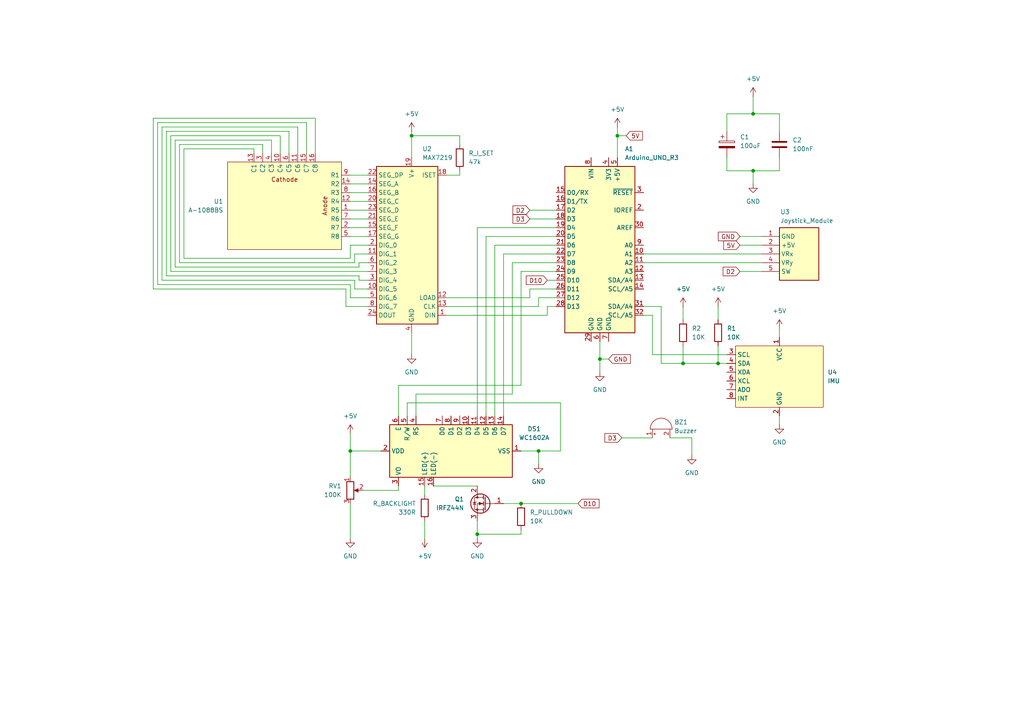
<source format=kicad_sch>
(kicad_sch (version 20250114) (generator "eeschema") (generator_version "9.0")
  (paper "A4")
  (lib_symbols
    (symbol "Device:Buzzer" (pin_names (offset 0.0254) (hide yes))
      (property "Reference" "BZ" (at 3.81 1.27 0))
      (property "Value" "Buzzer" (at 3.81 -1.27 0))
      (symbol "Buzzer_0_1"
        (polyline (pts (xy -1.651 1.905) (xy -1.143 1.905)))
        (polyline (pts (xy -1.397 2.159) (xy -1.397 1.651)))
        (arc (start 0 3.175) (mid 3.1612 0) (end 0 -3.175))
        (polyline (pts (xy 0 3.175) (xy 0 -3.175)))
      )
      (symbol "Buzzer_1_1"
        (pin passive line (at -2.54 2.54 0) (length 2.54) (name "+") (number "1"))
        (pin passive line (at -2.54 -2.54 0) (length 2.54) (name "-") (number "2"))
      )
    )
    (symbol "Device:C" (pin_numbers (hide yes)) (pin_names (offset 0.254))
      (property "Reference" "C" (at 0.635 2.54 0))
      (property "Value" "C" (at 0.635 -2.54 0))
      (symbol "C_0_1"
        (polyline (pts (xy -2.032 0.762) (xy 2.032 0.762)) (stroke (width 0.508)))
        (polyline (pts (xy -2.032 -0.762) (xy 2.032 -0.762)) (stroke (width 0.508)))
      )
      (symbol "C_1_1"
        (pin passive line (at 0 3.81 270) (length 2.794) (name "~") (number "1"))
        (pin passive line (at 0 -3.81 90) (length 2.794) (name "~") (number "2"))
      )
    )
    (symbol "Device:C_Polarized" (pin_numbers (hide yes)) (pin_names (offset 0.254))
      (property "Reference" "C" (at 0.635 2.54 0))
      (property "Value" "C_Polarized" (at 0.635 -2.54 0))
      (symbol "C_Polarized_0_1"
        (rectangle (start -2.286 0.508) (end 2.286 1.016))
        (polyline (pts (xy -1.778 2.286) (xy -0.762 2.286)))
        (polyline (pts (xy -1.27 2.794) (xy -1.27 1.778)))
        (rectangle (start 2.286 -0.508) (end -2.286 -1.016) (fill (type outline)))
      )
      (symbol "C_Polarized_1_1"
        (pin passive line (at 0 3.81 270) (length 2.794) (name "~") (number "1"))
        (pin passive line (at 0 -3.81 90) (length 2.794) (name "~") (number "2"))
      )
    )
    (symbol "Device:R" (pin_numbers (hide yes)) (pin_names (offset 0))
      (property "Reference" "R" (at 2.032 0 90))
      (property "Value" "R" (at 0 0 90))
      (symbol "R_0_1"
        (rectangle (start -1.016 -2.54) (end 1.016 2.54) (stroke (width 0.254)))
      )
      (symbol "R_1_1"
        (pin passive line (at 0 3.81 270) (length 1.27) (name "~") (number "1"))
        (pin passive line (at 0 -3.81 90) (length 1.27) (name "~") (number "2"))
      )
    )
    (symbol "Device:R_Potentiometer" (pin_names (offset 1.016) (hide yes))
      (property "Reference" "RV" (at -4.445 0 90))
      (property "Value" "R_Potentiometer" (at -2.54 0 90))
      (symbol "R_Potentiometer_0_1"
        (rectangle (start 1.016 2.54) (end -1.016 -2.54) (stroke (width 0.254)))
        (polyline (pts (xy 1.143 0) (xy 2.286 0.508) (xy 2.286 -0.508) (xy 1.143 0)) (fill (type outline)))
        (polyline (pts (xy 2.54 0) (xy 1.524 0)))
      )
      (symbol "R_Potentiometer_1_1"
        (pin passive line (at 0 3.81 270) (length 1.27) (name "1") (number "1"))
        (pin passive line (at 0 -3.81 90) (length 1.27) (name "3") (number "3"))
        (pin passive line (at 3.81 0 180) (length 1.27) (name "2") (number "2"))
      )
    )
    (symbol "Display_Character:WC1602A"
      (property "Reference" "DS" (at -5.842 19.05 0))
      (property "Value" "WC1602A" (at 5.334 19.05 0))
      (symbol "WC1602A_1_1"
        (rectangle (start -7.62 17.78) (end 7.62 -17.78) (stroke (width 0.254)) (fill (type background)))
        (pin input line (at -10.16 15.24 0) (length 2.54) (name "E") (number "6"))
        (pin input line (at -10.16 12.7 0) (length 2.54) (name "R/W") (number "5"))
        (pin input line (at -10.16 10.16 0) (length 2.54) (name "RS") (number "4"))
        (pin input line (at -10.16 2.54 0) (length 2.54) (name "D0") (number "7"))
        (pin input line (at -10.16 0 0) (length 2.54) (name "D1") (number "8"))
        (pin input line (at -10.16 -2.54 0) (length 2.54) (name "D2") (number "9"))
        (pin input line (at -10.16 -5.08 0) (length 2.54) (name "D3") (number "10"))
        (pin input line (at -10.16 -7.62 0) (length 2.54) (name "D4") (number "11"))
        (pin input line (at -10.16 -10.16 0) (length 2.54) (name "D5") (number "12"))
        (pin input line (at -10.16 -12.7 0) (length 2.54) (name "D6") (number "13"))
        (pin input line (at -10.16 -15.24 0) (length 2.54) (name "D7") (number "14"))
        (pin power_in line (at 0 20.32 270) (length 2.54) (name "VDD") (number "2"))
        (pin power_in line (at 0 -20.32 90) (length 2.54) (name "VSS") (number "1"))
        (pin input line (at 10.16 15.24 180) (length 2.54) (name "VO") (number "3"))
        (pin power_in line (at 10.16 7.62 180) (length 2.54) (name "LED(+)") (number "15"))
        (pin power_in line (at 10.16 5.08 180) (length 2.54) (name "LED(-)") (number "16"))
      )
    )
    (symbol "Driver_LED:MAX7219"
      (property "Reference" "U2" (at -3.1181 27.94 0))
      (property "Value" "MAX7219" (at -3.1181 25.4 0))
      (symbol "MAX7219_0_1"
        (rectangle (start -7.62 22.86) (end 10.16 -22.86) (stroke (width 0.254)) (fill (type background)))
      )
      (symbol "MAX7219_1_1"
        (pin input line (at -10.16 20.32 0) (length 2.54) (name "ISET") (number "18"))
        (pin input line (at -10.16 -15.24 0) (length 2.54) (name "LOAD") (number "12"))
        (pin input line (at -10.16 -17.78 0) (length 2.54) (name "CLK") (number "13"))
        (pin input line (at -10.16 -20.32 0) (length 2.54) (name "DIN") (number "1"))
        (pin power_in line (at 0 25.4 270) (length 2.54) (name "V+") (number "19"))
        (pin power_in line (at 0 -25.4 90) (length 2.54) (name "GND") (number "4"))
        (pin passive line (at 0 -25.4 90) (length 2.54) (hide yes) (name "GND") (number "9"))
        (pin output line (at 12.7 20.32 180) (length 2.54) (name "SEG_DP") (number "22"))
        (pin output line (at 12.7 17.78 180) (length 2.54) (name "SEG_A") (number "14"))
        (pin output line (at 12.7 15.24 180) (length 2.54) (name "SEG_B") (number "16"))
        (pin output line (at 12.7 12.7 180) (length 2.54) (name "SEG_C") (number "20"))
        (pin output line (at 12.7 10.16 180) (length 2.54) (name "SEG_D") (number "23"))
        (pin output line (at 12.7 7.62 180) (length 2.54) (name "SEG_E") (number "21"))
        (pin output line (at 12.7 5.08 180) (length 2.54) (name "SEG_F") (number "15"))
        (pin output line (at 12.7 2.54 180) (length 2.54) (name "SEG_G") (number "17"))
        (pin output line (at 12.7 0 180) (length 2.54) (name "DIG_0") (number "2"))
        (pin output line (at 12.7 -2.54 180) (length 2.54) (name "DIG_1") (number "11"))
        (pin output line (at 12.7 -5.08 180) (length 2.54) (name "DIG_2") (number "6"))
        (pin output line (at 12.7 -7.62 180) (length 2.54) (name "DIG_3") (number "7"))
        (pin output line (at 12.7 -10.16 180) (length 2.54) (name "DIG_4") (number "3"))
        (pin output line (at 12.7 -12.7 180) (length 2.54) (name "DIG_5") (number "10"))
        (pin output line (at 12.7 -15.24 180) (length 2.54) (name "DIG_6") (number "5"))
        (pin output line (at 12.7 -17.78 180) (length 2.54) (name "DIG_7") (number "8"))
        (pin output line (at 12.7 -20.32 180) (length 2.54) (name "DOUT") (number "24"))
      )
    )
    (symbol "MCU_Module:Arduino_UNO_R3"
      (property "Reference" "A" (at -10.16 23.495 0))
      (property "Value" "Arduino_UNO_R3" (at 5.08 -26.67 0))
      (symbol "Arduino_UNO_R3_0_1"
        (rectangle (start -10.16 22.86) (end 10.16 -25.4) (stroke (width 0.254)) (fill (type background)))
      )
      (symbol "Arduino_UNO_R3_1_1"
        (pin bidirectional line (at -12.7 15.24 0) (length 2.54) (name "D0/RX") (number "15"))
        (pin bidirectional line (at -12.7 12.7 0) (length 2.54) (name "D1/TX") (number "16"))
        (pin bidirectional line (at -12.7 10.16 0) (length 2.54) (name "D2") (number "17"))
        (pin bidirectional line (at -12.7 7.62 0) (length 2.54) (name "D3") (number "18"))
        (pin bidirectional line (at -12.7 5.08 0) (length 2.54) (name "D4") (number "19"))
        (pin bidirectional line (at -12.7 2.54 0) (length 2.54) (name "D5") (number "20"))
        (pin bidirectional line (at -12.7 0 0) (length 2.54) (name "D6") (number "21"))
        (pin bidirectional line (at -12.7 -2.54 0) (length 2.54) (name "D7") (number "22"))
        (pin bidirectional line (at -12.7 -5.08 0) (length 2.54) (name "D8") (number "23"))
        (pin bidirectional line (at -12.7 -7.62 0) (length 2.54) (name "D9") (number "24"))
        (pin bidirectional line (at -12.7 -10.16 0) (length 2.54) (name "D10") (number "25"))
        (pin bidirectional line (at -12.7 -12.7 0) (length 2.54) (name "D11") (number "26"))
        (pin bidirectional line (at -12.7 -15.24 0) (length 2.54) (name "D12") (number "27"))
        (pin bidirectional line (at -12.7 -17.78 0) (length 2.54) (name "D13") (number "28"))
        (pin no_connect line (at -10.16 -20.32 0) (length 2.54) (hide yes) (name "NC") (number "1"))
        (pin power_in line (at -2.54 25.4 270) (length 2.54) (name "VIN") (number "8"))
        (pin power_in line (at -2.54 -27.94 90) (length 2.54) (name "GND") (number "29"))
        (pin power_in line (at 0 -27.94 90) (length 2.54) (name "GND") (number "6"))
        (pin power_out line (at 2.54 25.4 270) (length 2.54) (name "3V3") (number "4"))
        (pin power_in line (at 2.54 -27.94 90) (length 2.54) (name "GND") (number "7"))
        (pin power_out line (at 5.08 25.4 270) (length 2.54) (name "+5V") (number "5"))
        (pin input line (at 12.7 15.24 180) (length 2.54) (name "~{RESET}") (number "3"))
        (pin output line (at 12.7 10.16 180) (length 2.54) (name "IOREF") (number "2"))
        (pin input line (at 12.7 5.08 180) (length 2.54) (name "AREF") (number "30"))
        (pin bidirectional line (at 12.7 0 180) (length 2.54) (name "A0") (number "9"))
        (pin bidirectional line (at 12.7 -2.54 180) (length 2.54) (name "A1") (number "10"))
        (pin bidirectional line (at 12.7 -5.08 180) (length 2.54) (name "A2") (number "11"))
        (pin bidirectional line (at 12.7 -7.62 180) (length 2.54) (name "A3") (number "12"))
        (pin bidirectional line (at 12.7 -10.16 180) (length 2.54) (name "SDA/A4") (number "13"))
        (pin bidirectional line (at 12.7 -12.7 180) (length 2.54) (name "SCL/A5") (number "14"))
        (pin bidirectional line (at 12.7 -17.78 180) (length 2.54) (name "SDA/A4") (number "31"))
        (pin bidirectional line (at 12.7 -20.32 180) (length 2.54) (name "SCL/A5") (number "32"))
      )
    )
    (symbol "Robotics_IO:A-1088BS"
      (property "Reference" "U1" (at 26.67 -5.0799 0))
      (property "Value" "A-1088BS" (at 26.67 -7.6199 0))
      (symbol "A-1088BS_1_1"
        (rectangle (start -7.62 6.35) (end 25.4 -19.05) (fill (type background)))
        (text "Anode\n" (at -2.794 -6.35 900) (effects (font (size 1.27 1.27))))
        (text "Cathode" (at 8.89 1.27 0) (effects (font (size 1.27 1.27))))
        (pin input line (at -10.16 2.54 0) (length 2.54) (name "R1") (number "9"))
        (pin input line (at -10.16 0 0) (length 2.54) (name "R2") (number "14"))
        (pin input line (at -10.16 -2.54 0) (length 2.54) (name "R3") (number "8"))
        (pin input line (at -10.16 -5.08 0) (length 2.54) (name "R4") (number "12"))
        (pin input line (at -10.16 -7.62 0) (length 2.54) (name "R5") (number "1"))
        (pin input line (at -10.16 -10.16 0) (length 2.54) (name "R6") (number "7"))
        (pin input line (at -10.16 -12.7 0) (length 2.54) (name "R7") (number "2"))
        (pin input line (at -10.16 -15.24 0) (length 2.54) (name "R8") (number "5"))
        (pin output line (at 0 8.89 270) (length 2.54) (name "C8") (number "16"))
        (pin output line (at 2.54 8.89 270) (length 2.54) (name "C7") (number "15"))
        (pin output line (at 5.08 8.89 270) (length 2.54) (name "C6") (number "11"))
        (pin output line (at 7.62 8.89 270) (length 2.54) (name "C5") (number "6"))
        (pin output line (at 10.16 8.89 270) (length 2.54) (name "C4") (number "10"))
        (pin output line (at 12.7 8.89 270) (length 2.54) (name "C3") (number "4"))
        (pin output line (at 15.24 8.89 270) (length 2.54) (name "C2") (number "3"))
        (pin output line (at 17.78 8.89 270) (length 2.54) (name "C1") (number "13"))
      )
    )
    (symbol "Robotics_sensors:IMU"
      (property "Reference" "U" (at 1.778 0.762 0))
      (property "Value" "IMU" (at 2.794 -1.27 0))
      (symbol "IMU_1_1"
        (rectangle (start 0 -3.81) (end 25.4 -21.59) (fill (type background)))
        (pin input line (at -2.54 -6.35 0) (length 2.54) (name "SCL") (number "3"))
        (pin bidirectional line (at -2.54 -8.89 0) (length 2.54) (name "SDA") (number "4"))
        (pin bidirectional line (at -2.54 -11.43 0) (length 2.54) (name "XDA") (number "5"))
        (pin input line (at -2.54 -13.97 0) (length 2.54) (name "XCL") (number "6"))
        (pin input line (at -2.54 -16.51 0) (length 2.54) (name "ADO") (number "7"))
        (pin input line (at -2.54 -19.05 0) (length 2.54) (name "INT") (number "8"))
        (pin power_in line (at 12.7 -1.27 270) (length 2.54) (name "VCC") (number "1"))
        (pin power_out line (at 12.7 -24.13 90) (length 2.54) (name "GND") (number "2"))
      )
    )
    (symbol "Robotics_sensors:Joystick_Module"
      (property "Reference" "U" (at -4.826 12.192 0))
      (property "Value" "Joystick_Module" (at -4.826 9.652 0))
      (symbol "Joystick_Module_1_1"
        (rectangle (start -5.08 7.62) (end 6.35 -7.62) (stroke (width 0.254)) (fill (type background)))
        (pin power_in line (at -10.16 5.08 0) (length 5.08) (name "GND") (number "1"))
        (pin power_in line (at -10.16 2.54 0) (length 5.08) (name "+5V") (number "2"))
        (pin output line (at -10.16 0 0) (length 5.08) (name "VRx") (number "3"))
        (pin output line (at -10.16 -2.54 0) (length 5.08) (name "VRy") (number "4"))
        (pin output line (at -10.16 -5.08 0) (length 5.08) (name "SW") (number "5"))
      )
    )
    (symbol "Transistor_FET:IRLZ44N" (pin_names (hide yes))
      (property "Reference" "Q" (at 5.08 1.905 0))
      (property "Value" "IRLZ44N" (at 5.08 0 0))
      (symbol "IRLZ44N_0_1"
        (polyline (pts (xy 0.254 1.905) (xy 0.254 -1.905)) (stroke (width 0.254)))
        (polyline (pts (xy 0.254 0) (xy -2.54 0)))
        (polyline (pts (xy 0.762 2.286) (xy 0.762 1.27)) (stroke (width 0.254)))
        (polyline (pts (xy 0.762 0.508) (xy 0.762 -0.508)) (stroke (width 0.254)))
        (polyline (pts (xy 0.762 -1.27) (xy 0.762 -2.286)) (stroke (width 0.254)))
        (polyline (pts (xy 0.762 -1.778) (xy 3.302 -1.778) (xy 3.302 1.778) (xy 0.762 1.778)))
        (polyline (pts (xy 1.016 0) (xy 2.032 0.381) (xy 2.032 -0.381) (xy 1.016 0)) (fill (type outline)))
        (circle (center 1.651 0) (radius 2.794) (stroke (width 0.254)))
        (polyline (pts (xy 2.54 2.54) (xy 2.54 1.778)))
        (circle (center 2.54 1.778) (radius 0.254) (fill (type outline)))
        (circle (center 2.54 -1.778) (radius 0.254) (fill (type outline)))
        (polyline (pts (xy 2.54 -2.54) (xy 2.54 0) (xy 0.762 0)))
        (polyline (pts (xy 2.794 0.508) (xy 2.921 0.381) (xy 3.683 0.381) (xy 3.81 0.254)))
        (polyline (pts (xy 3.302 0.381) (xy 2.921 -0.254) (xy 3.683 -0.254) (xy 3.302 0.381)))
      )
      (symbol "IRLZ44N_1_1"
        (pin input line (at -5.08 0 0) (length 2.54) (name "G") (number "1"))
        (pin passive line (at 2.54 5.08 270) (length 2.54) (name "D") (number "2"))
        (pin passive line (at 2.54 -5.08 90) (length 2.54) (name "S") (number "3"))
      )
    )
    (symbol "power:+5V" (power) (pin_numbers (hide yes)) (pin_names (offset 0) (hide yes))
      (property "Value" "+5V" (at 0 3.556 0))
      (symbol "+5V_0_1"
        (polyline (pts (xy -0.762 1.27) (xy 0 2.54)))
        (polyline (pts (xy 0 2.54) (xy 0.762 1.27)))
        (polyline (pts (xy 0 0) (xy 0 2.54)))
      )
      (symbol "+5V_1_1"
        (pin power_in line (at 0 0 90) (length 0) (name "~") (number "1"))
      )
    )
    (symbol "power:GND" (power) (pin_numbers (hide yes)) (pin_names (offset 0) (hide yes))
      (property "Value" "GND" (at 0 -3.81 0))
      (symbol "GND_0_1"
        (polyline (pts (xy 0 0) (xy 0 -1.27) (xy 1.27 -1.27) (xy 0 -2.54) (xy -1.27 -1.27) (xy 0 -1.27)))
      )
      (symbol "GND_1_1"
        (pin power_in line (at 0 0 270) (length 0) (name "~") (number "1"))
      )
    )
  )
  (junction (at 179.07 39.37))
  (junction (at 173.99 104.14))
  (junction (at 151.13 146.05))
  (junction (at 119.38 39.37))
  (junction (at 218.44 49.53))
  (junction (at 198.12 105.41))
  (junction (at 156.21 130.81))
  (junction (at 101.6 130.81))
  (junction (at 208.28 105.41))
  (junction (at 218.44 33.02))
  (junction (at 138.43 154.94))
  (wire (pts (xy 153.67 60.96) (xy 161.29 60.96)))
  (wire (pts (xy 151.13 146.05) (xy 167.64 146.05)))
  (wire (pts (xy 129.54 91.44) (xy 158.75 91.44)))
  (wire (pts (xy 53.34 43.18) (xy 73.66 43.18)))
  (wire (pts (xy 200.66 127) (xy 194.31 127)))
  (wire (pts (xy 48.26 80.01) (xy 104.14 80.01)))
  (wire (pts (xy 148.59 114.3) (xy 148.59 76.2)))
  (wire (pts (xy 78.74 44.45) (xy 78.74 40.64)))
  (wire (pts (xy 138.43 140.97) (xy 125.73 140.97)))
  (wire (pts (xy 138.43 154.94) (xy 151.13 154.94)))
  (wire (pts (xy 151.13 130.81) (xy 156.21 130.81)))
  (wire (pts (xy 138.43 154.94) (xy 138.43 151.13)))
  (wire (pts (xy 88.9 44.45) (xy 88.9 35.56)))
  (wire (pts (xy 158.75 81.28) (xy 161.29 81.28)))
  (wire (pts (xy 101.6 74.93) (xy 53.34 74.93)))
  (wire (pts (xy 214.63 68.58) (xy 220.98 68.58)))
  (wire (pts (xy 179.07 36.83) (xy 179.07 39.37)))
  (wire (pts (xy 49.53 78.74) (xy 106.68 78.74)))
  (wire (pts (xy 101.6 68.58) (xy 106.68 68.58)))
  (wire (pts (xy 50.8 40.64) (xy 50.8 77.47)))
  (wire (pts (xy 73.66 43.18) (xy 73.66 44.45)))
  (wire (pts (xy 226.06 49.53) (xy 218.44 49.53)))
  (wire (pts (xy 210.82 33.02) (xy 218.44 33.02)))
  (wire (pts (xy 158.75 91.44) (xy 158.75 88.9)))
  (wire (pts (xy 86.36 36.83) (xy 46.99 36.83)))
  (wire (pts (xy 158.75 88.9) (xy 161.29 88.9)))
  (wire (pts (xy 101.6 125.73) (xy 101.6 130.81)))
  (wire (pts (xy 45.72 35.56) (xy 45.72 82.55)))
  (wire (pts (xy 101.6 71.12) (xy 106.68 71.12)))
  (wire (pts (xy 100.33 83.82) (xy 100.33 88.9)))
  (wire (pts (xy 198.12 100.33) (xy 198.12 105.41)))
  (wire (pts (xy 161.29 73.66) (xy 146.05 73.66)))
  (wire (pts (xy 86.36 44.45) (xy 86.36 36.83)))
  (wire (pts (xy 208.28 105.41) (xy 210.82 105.41)))
  (wire (pts (xy 162.56 116.84) (xy 162.56 130.81)))
  (wire (pts (xy 104.14 77.47) (xy 104.14 76.2)))
  (wire (pts (xy 210.82 49.53) (xy 210.82 45.72)))
  (wire (pts (xy 101.6 60.96) (xy 106.68 60.96)))
  (wire (pts (xy 200.66 127) (xy 200.66 132.08)))
  (wire (pts (xy 218.44 49.53) (xy 218.44 53.34)))
  (wire (pts (xy 101.6 130.81) (xy 110.49 130.81)))
  (wire (pts (xy 226.06 45.72) (xy 226.06 49.53)))
  (wire (pts (xy 104.14 80.01) (xy 104.14 81.28)))
  (wire (pts (xy 148.59 76.2) (xy 161.29 76.2)))
  (wire (pts (xy 81.28 44.45) (xy 81.28 39.37)))
  (wire (pts (xy 138.43 66.04) (xy 161.29 66.04)))
  (wire (pts (xy 81.28 39.37) (xy 49.53 39.37)))
  (wire (pts (xy 151.13 153.67) (xy 151.13 154.94)))
  (wire (pts (xy 133.35 49.53) (xy 133.35 50.8)))
  (wire (pts (xy 153.67 86.36) (xy 153.67 83.82)))
  (wire (pts (xy 101.6 86.36) (xy 106.68 86.36)))
  (wire (pts (xy 214.63 71.12) (xy 220.98 71.12)))
  (wire (pts (xy 186.69 91.44) (xy 189.23 91.44)))
  (wire (pts (xy 162.56 130.81) (xy 156.21 130.81)))
  (wire (pts (xy 49.53 39.37) (xy 49.53 78.74)))
  (wire (pts (xy 198.12 88.9) (xy 198.12 92.71)))
  (wire (pts (xy 198.12 105.41) (xy 208.28 105.41)))
  (wire (pts (xy 52.07 41.91) (xy 52.07 76.2)))
  (wire (pts (xy 88.9 35.56) (xy 45.72 35.56)))
  (wire (pts (xy 44.45 34.29) (xy 44.45 83.82)))
  (wire (pts (xy 118.11 116.84) (xy 162.56 116.84)))
  (wire (pts (xy 226.06 33.02) (xy 226.06 38.1)))
  (wire (pts (xy 78.74 40.64) (xy 50.8 40.64)))
  (wire (pts (xy 119.38 96.52) (xy 119.38 102.87)))
  (wire (pts (xy 179.07 39.37) (xy 179.07 45.72)))
  (wire (pts (xy 179.07 39.37) (xy 181.61 39.37)))
  (wire (pts (xy 45.72 82.55) (xy 101.6 82.55)))
  (wire (pts (xy 101.6 63.5) (xy 106.68 63.5)))
  (wire (pts (xy 83.82 38.1) (xy 48.26 38.1)))
  (wire (pts (xy 48.26 38.1) (xy 48.26 80.01)))
  (wire (pts (xy 226.06 120.65) (xy 226.06 123.19)))
  (wire (pts (xy 119.38 39.37) (xy 133.35 39.37)))
  (wire (pts (xy 83.82 44.45) (xy 83.82 38.1)))
  (wire (pts (xy 133.35 50.8) (xy 129.54 50.8)))
  (wire (pts (xy 146.05 73.66) (xy 146.05 120.65)))
  (wire (pts (xy 44.45 83.82) (xy 100.33 83.82)))
  (wire (pts (xy 101.6 50.8) (xy 106.68 50.8)))
  (wire (pts (xy 102.87 81.28) (xy 102.87 83.82)))
  (wire (pts (xy 101.6 82.55) (xy 101.6 86.36)))
  (wire (pts (xy 153.67 83.82) (xy 161.29 83.82)))
  (wire (pts (xy 151.13 111.76) (xy 151.13 78.74)))
  (wire (pts (xy 115.57 111.76) (xy 151.13 111.76)))
  (wire (pts (xy 173.99 99.06) (xy 173.99 104.14)))
  (wire (pts (xy 208.28 88.9) (xy 208.28 92.71)))
  (wire (pts (xy 76.2 44.45) (xy 76.2 41.91)))
  (wire (pts (xy 214.63 78.74) (xy 220.98 78.74)))
  (wire (pts (xy 156.21 86.36) (xy 161.29 86.36)))
  (wire (pts (xy 101.6 58.42) (xy 106.68 58.42)))
  (wire (pts (xy 143.51 120.65) (xy 143.51 71.12)))
  (wire (pts (xy 129.54 88.9) (xy 156.21 88.9)))
  (wire (pts (xy 186.69 73.66) (xy 220.98 73.66)))
  (wire (pts (xy 129.54 86.36) (xy 153.67 86.36)))
  (wire (pts (xy 53.34 74.93) (xy 53.34 43.18)))
  (wire (pts (xy 156.21 130.81) (xy 156.21 134.62)))
  (wire (pts (xy 191.77 88.9) (xy 186.69 88.9)))
  (wire (pts (xy 50.8 77.47) (xy 104.14 77.47)))
  (wire (pts (xy 100.33 88.9) (xy 106.68 88.9)))
  (wire (pts (xy 220.98 76.2) (xy 186.69 76.2)))
  (wire (pts (xy 104.14 81.28) (xy 106.68 81.28)))
  (wire (pts (xy 138.43 156.21) (xy 138.43 154.94)))
  (wire (pts (xy 156.21 88.9) (xy 156.21 86.36)))
  (wire (pts (xy 210.82 102.87) (xy 189.23 102.87)))
  (wire (pts (xy 118.11 120.65) (xy 118.11 116.84)))
  (wire (pts (xy 101.6 66.04) (xy 106.68 66.04)))
  (wire (pts (xy 210.82 38.1) (xy 210.82 33.02)))
  (wire (pts (xy 191.77 105.41) (xy 191.77 88.9)))
  (wire (pts (xy 120.65 120.65) (xy 120.65 114.3)))
  (wire (pts (xy 173.99 104.14) (xy 173.99 107.95)))
  (wire (pts (xy 102.87 83.82) (xy 106.68 83.82)))
  (wire (pts (xy 218.44 27.94) (xy 218.44 33.02)))
  (wire (pts (xy 226.06 95.25) (xy 226.06 97.79)))
  (wire (pts (xy 101.6 55.88) (xy 106.68 55.88)))
  (wire (pts (xy 123.19 156.21) (xy 123.19 151.13)))
  (wire (pts (xy 102.87 76.2) (xy 102.87 73.66)))
  (wire (pts (xy 191.77 105.41) (xy 198.12 105.41)))
  (wire (pts (xy 101.6 146.05) (xy 101.6 156.21)))
  (wire (pts (xy 91.44 44.45) (xy 91.44 34.29)))
  (wire (pts (xy 101.6 130.81) (xy 101.6 138.43)))
  (wire (pts (xy 105.41 142.24) (xy 115.57 142.24)))
  (wire (pts (xy 102.87 73.66) (xy 106.68 73.66)))
  (wire (pts (xy 52.07 76.2) (xy 102.87 76.2)))
  (wire (pts (xy 46.99 36.83) (xy 46.99 81.28)))
  (wire (pts (xy 189.23 102.87) (xy 189.23 91.44)))
  (wire (pts (xy 119.38 38.1) (xy 119.38 39.37)))
  (wire (pts (xy 133.35 39.37) (xy 133.35 41.91)))
  (wire (pts (xy 115.57 142.24) (xy 115.57 140.97)))
  (wire (pts (xy 101.6 53.34) (xy 106.68 53.34)))
  (wire (pts (xy 46.99 81.28) (xy 102.87 81.28)))
  (wire (pts (xy 101.6 71.12) (xy 101.6 74.93)))
  (wire (pts (xy 91.44 34.29) (xy 44.45 34.29)))
  (wire (pts (xy 138.43 120.65) (xy 138.43 66.04)))
  (wire (pts (xy 146.05 146.05) (xy 151.13 146.05)))
  (wire (pts (xy 119.38 39.37) (xy 119.38 45.72)))
  (wire (pts (xy 218.44 49.53) (xy 210.82 49.53)))
  (wire (pts (xy 180.34 127) (xy 189.23 127)))
  (wire (pts (xy 120.65 114.3) (xy 148.59 114.3)))
  (wire (pts (xy 76.2 41.91) (xy 52.07 41.91)))
  (wire (pts (xy 218.44 33.02) (xy 226.06 33.02)))
  (wire (pts (xy 104.14 76.2) (xy 106.68 76.2)))
  (wire (pts (xy 123.19 140.97) (xy 123.19 143.51)))
  (wire (pts (xy 176.53 104.14) (xy 173.99 104.14)))
  (wire (pts (xy 208.28 100.33) (xy 208.28 105.41)))
  (wire (pts (xy 143.51 71.12) (xy 161.29 71.12)))
  (wire (pts (xy 140.97 68.58) (xy 161.29 68.58)))
  (wire (pts (xy 153.67 63.5) (xy 161.29 63.5)))
  (wire (pts (xy 140.97 120.65) (xy 140.97 68.58)))
  (wire (pts (xy 115.57 120.65) (xy 115.57 111.76)))
  (wire (pts (xy 151.13 78.74) (xy 161.29 78.74)))
  (global_label "D2" (shape input) (at 153.67 60.96 180) (property "Intersheetrefs" "${INTERSHEET_REFS}" (effects (hide yes))))
  (global_label "D2" (shape input) (at 214.63 78.74 180) (property "Intersheetrefs" "${INTERSHEET_REFS}" (effects (hide yes))))
  (global_label "5V" (shape input) (at 214.63 71.12 180) (property "Intersheetrefs" "${INTERSHEET_REFS}" (effects (hide yes))))
  (global_label "D3" (shape input) (at 180.34 127 180) (property "Intersheetrefs" "${INTERSHEET_REFS}" (effects (hide yes))))
  (global_label "D10" (shape input) (at 167.64 146.05 0) (property "Intersheetrefs" "${INTERSHEET_REFS}" (effects (hide yes))))
  (global_label "D10" (shape input) (at 158.75 81.28 180) (property "Intersheetrefs" "${INTERSHEET_REFS}" (effects (hide yes))))
  (global_label "GND" (shape input) (at 176.53 104.14 0) (property "Intersheetrefs" "${INTERSHEET_REFS}" (effects (hide yes))))
  (global_label "GND" (shape input) (at 214.63 68.58 180) (property "Intersheetrefs" "${INTERSHEET_REFS}" (effects (hide yes))))
  (global_label "D3" (shape input) (at 153.67 63.5 180) (property "Intersheetrefs" "${INTERSHEET_REFS}" (effects (hide yes))))
  (global_label "5V" (shape input) (at 181.61 39.37 0) (property "Intersheetrefs" "${INTERSHEET_REFS}" (effects (hide yes))))
  (symbol (lib_id "Transistor_FET:IRLZ44N") (at 140.97 146.05 0) (mirror y) (unit 1)
    (property "Reference" "Q1" (at 134.62 144.7799 0) (effects (justify left)))
    (property "Value" "IRFZ44N" (at 134.62 147.3199 0) (effects (justify left)))
    (property "Footprint" "Package_TO_SOT_THT:TO-220-3_Vertical" (effects (hide yes)))
    (property "Datasheet" "http://www.irf.com/product-info/datasheets/data/irlz44n.pdf" (effects (hide yes)))
    (property "Description" "47A Id, 55V Vds, 22mOhm Rds Single N-Channel HEXFET Power MOSFET, TO-220AB" (effects (hide yes)))
  )
  (symbol (lib_id "power:+5V") (at 119.38 38.1 0) (unit 1)
    (property "Reference" "#PWR02" (effects (hide yes)))
    (property "Value" "+5V" (at 119.38 33.02 0))
    (property "Description" "Power symbol creates a global label with name \"+5V\"" (effects (hide yes)))
  )
  (symbol (lib_id "power:+5V") (at 198.12 88.9 0) (unit 1)
    (property "Reference" "#PWR015" (effects (hide yes)))
    (property "Value" "+5V" (at 198.12 83.82 0))
    (property "Description" "Power symbol creates a global label with name \"+5V\"" (effects (hide yes)))
  )
  (symbol (lib_id "Driver_LED:MAX7219") (at 119.38 71.12 0) (mirror y) (unit 1)
    (property "Reference" "U2" (at 122.4981 43.18 0) (effects (justify right)))
    (property "Value" "MAX7219" (at 122.4981 45.72 0) (effects (justify right)))
    (property "Datasheet" "https://datasheets.maximintegrated.com/en/ds/MAX7219-MAX7221.pdf" (effects (hide yes)))
    (property "Description" "8-Digit LED Display Driver" (effects (hide yes)))
  )
  (symbol (lib_id "power:+5V") (at 208.28 88.9 0) (unit 1)
    (property "Reference" "#PWR016" (effects (hide yes)))
    (property "Value" "+5V" (at 208.28 83.82 0))
    (property "Description" "Power symbol creates a global label with name \"+5V\"" (effects (hide yes)))
  )
  (symbol (lib_id "power:+5V") (at 226.06 95.25 0) (unit 1)
    (property "Reference" "#PWR07" (effects (hide yes)))
    (property "Value" "+5V" (at 226.06 90.17 0))
    (property "Description" "Power symbol creates a global label with name \"+5V\"" (effects (hide yes)))
  )
  (symbol (lib_id "Device:R") (at 151.13 149.86 0) (mirror y) (unit 1)
    (property "Reference" "R_PULLDOWN" (at 153.67 148.5899 0) (effects (justify right)))
    (property "Value" "10K" (at 153.67 151.1299 0) (effects (justify right)))
    (property "Description" "Resistor" (effects (hide yes)))
  )
  (symbol (lib_id "power:GND") (at 173.99 107.95 0) (unit 1)
    (property "Reference" "#PWR04" (effects (hide yes)))
    (property "Value" "GND" (at 173.99 113.03 0))
    (property "Description" "Power symbol creates a global label with name \"GND\" , ground" (effects (hide yes)))
  )
  (symbol (lib_id "Display_Character:WC1602A") (at 130.81 130.81 90) (mirror x) (unit 1)
    (property "Reference" "DS1" (at 154.94 124.3898 90))
    (property "Value" "WC1602A" (at 154.94 126.9298 90))
    (property "Footprint" "Display:WC1602A" (effects (hide yes)))
    (property "Datasheet" "http://www.wincomlcd.com/pdf/WC1602A-SFYLYHTC06.pdf" (effects (hide yes)))
    (property "Description" "LCD 16x2 Alphanumeric , 8 bit parallel bus, 5V VDD" (effects (hide yes)))
  )
  (symbol (lib_id "power:+5V") (at 123.19 156.21 180) (unit 1)
    (property "Reference" "#PWR08" (effects (hide yes)))
    (property "Value" "+5V" (at 123.19 161.29 0))
    (property "Description" "Power symbol creates a global label with name \"+5V\"" (effects (hide yes)))
  )
  (symbol (lib_id "Robotics_sensors:IMU") (at 213.36 96.52 0) (unit 1)
    (property "Reference" "U4" (at 240.03 107.9499 0) (effects (justify left)))
    (property "Value" "IMU" (at 240.03 110.4899 0) (effects (justify left)))
    (property "Description" "Inertial Measurement Unit Sensor" (effects (hide yes)))
  )
  (symbol (lib_id "power:GND") (at 119.38 102.87 0) (unit 1)
    (property "Reference" "#PWR06" (effects (hide yes)))
    (property "Value" "GND" (at 119.38 107.95 0))
    (property "Description" "Power symbol creates a global label with name \"GND\" , ground" (effects (hide yes)))
  )
  (symbol (lib_id "power:GND") (at 156.21 134.62 0) (unit 1)
    (property "Reference" "#PWR05" (effects (hide yes)))
    (property "Value" "GND" (at 156.21 139.7 0))
    (property "Description" "Power symbol creates a global label with name \"GND\" , ground" (effects (hide yes)))
  )
  (symbol (lib_id "Device:R_Potentiometer") (at 101.6 142.24 0) (unit 1)
    (property "Reference" "RV1" (at 99.06 140.9699 0) (effects (justify right)))
    (property "Value" "100K" (at 99.06 143.5099 0) (effects (justify right)))
    (property "Description" "Potentiometer" (effects (hide yes)))
  )
  (symbol (lib_id "Robotics_sensors:Joystick_Module") (at 231.14 73.66 0) (unit 1)
    (property "Reference" "U3" (at 226.314 61.468 0) (effects (font (thickness 0.1588)) (justify left)))
    (property "Value" "Joystick_Module" (at 226.314 64.008 0) (effects (justify left)))
  )
  (symbol (lib_id "Device:C") (at 226.06 41.91 0) (unit 1)
    (property "Reference" "C2" (at 229.87 40.6399 0) (effects (justify left)))
    (property "Value" "100nF" (at 229.87 43.1799 0) (effects (justify left)))
    (property "Description" "Unpolarized capacitor" (effects (hide yes)))
  )
  (symbol (lib_id "power:GND") (at 101.6 156.21 0) (unit 1)
    (property "Reference" "#PWR014" (effects (hide yes)))
    (property "Value" "GND" (at 101.6 161.29 0))
    (property "Description" "Power symbol creates a global label with name \"GND\" , ground" (effects (hide yes)))
  )
  (symbol (lib_id "power:+5V") (at 218.44 27.94 0) (unit 1)
    (property "Reference" "#PWR012" (effects (hide yes)))
    (property "Value" "+5V" (at 218.44 22.86 0))
    (property "Description" "Power symbol creates a global label with name \"+5V\"" (effects (hide yes)))
  )
  (symbol (lib_id "power:GND") (at 200.66 132.08 0) (unit 1)
    (property "Reference" "#PWR013" (effects (hide yes)))
    (property "Value" "GND" (at 200.66 137.16 0))
    (property "Description" "Power symbol creates a global label with name \"GND\" , ground" (effects (hide yes)))
  )
  (symbol (lib_id "Device:R") (at 208.28 96.52 0) (unit 1)
    (property "Reference" "R1" (at 210.82 95.2499 0) (effects (justify left)))
    (property "Value" "10K" (at 210.82 97.7899 0) (effects (justify left)))
    (property "Description" "Resistor" (effects (hide yes)))
  )
  (symbol (lib_id "MCU_Module:Arduino_UNO_R3") (at 173.99 71.12 0) (unit 1)
    (property "Reference" "A1" (at 181.2133 43.18 0) (effects (justify left)))
    (property "Value" "Arduino_UNO_R3" (at 181.2133 45.72 0) (effects (justify left)))
    (property "Footprint" "Module:Arduino_UNO_R3" (effects (hide yes)))
    (property "Datasheet" "https://www.arduino.cc/en/Main/arduinoBoardUno" (effects (hide yes)))
    (property "Description" "Arduino UNO Microcontroller Module, release 3" (effects (hide yes)))
  )
  (symbol (lib_id "power:GND") (at 138.43 156.21 0) (unit 1)
    (property "Reference" "#PWR09" (effects (hide yes)))
    (property "Value" "GND" (at 138.43 161.29 0))
    (property "Description" "Power symbol creates a global label with name \"GND\" , ground" (effects (hide yes)))
  )
  (symbol (lib_id "Device:C_Polarized") (at 210.82 41.91 0) (unit 1)
    (property "Reference" "C1" (at 214.63 39.7509 0) (effects (justify left)))
    (property "Value" "100uF" (at 214.63 42.2909 0) (effects (justify left)))
    (property "Description" "Polarized capacitor" (effects (hide yes)))
  )
  (symbol (lib_id "power:+5V") (at 179.07 36.83 0) (unit 1)
    (property "Reference" "#PWR01" (effects (hide yes)))
    (property "Value" "+5V" (at 179.07 31.75 0))
    (property "Description" "Power symbol creates a global label with name \"+5V\"" (effects (hide yes)))
  )
  (symbol (lib_id "power:GND") (at 226.06 123.19 0) (unit 1)
    (property "Reference" "#PWR010" (effects (hide yes)))
    (property "Value" "GND" (at 226.06 128.27 0))
    (property "Description" "Power symbol creates a global label with name \"GND\" , ground" (effects (hide yes)))
  )
  (symbol (lib_id "power:+5V") (at 101.6 125.73 0) (unit 1)
    (property "Reference" "#PWR03" (effects (hide yes)))
    (property "Value" "+5V" (at 101.6 120.65 0))
    (property "Description" "Power symbol creates a global label with name \"+5V\"" (effects (hide yes)))
  )
  (symbol (lib_id "Device:Buzzer") (at 191.77 124.46 90) (unit 1)
    (property "Reference" "BZ1" (at 195.58 122.4348 90) (effects (justify right)))
    (property "Value" "Buzzer" (at 195.58 124.9748 90) (effects (justify right)))
    (property "Description" "Buzzer, polarized" (effects (hide yes)))
  )
  (symbol (lib_id "Device:R") (at 133.35 45.72 180) (unit 1)
    (property "Reference" "R_I_SET" (at 135.89 44.4499 0) (effects (justify right)))
    (property "Value" "47k" (at 135.89 46.9899 0) (effects (justify right)))
    (property "Description" "Resistor" (effects (hide yes)))
  )
  (symbol (lib_id "Device:R") (at 123.19 147.32 0) (unit 1)
    (property "Reference" "R_BACKLIGHT" (at 120.65 146.0499 0) (effects (justify right)))
    (property "Value" "330R" (at 120.65 148.5899 0) (effects (justify right)))
    (property "Description" "Resistor" (effects (hide yes)))
  )
  (symbol (lib_id "Device:R") (at 198.12 96.52 0) (unit 1)
    (property "Reference" "R2" (at 200.66 95.2499 0) (effects (justify left)))
    (property "Value" "10K" (at 200.66 97.7899 0) (effects (justify left)))
    (property "Description" "Resistor" (effects (hide yes)))
  )
  (symbol (lib_id "Robotics_IO:A-1088BS") (at 91.44 53.34 0) (mirror y) (unit 1)
    (property "Reference" "U1" (at 64.77 58.4199 0) (effects (justify left)))
    (property "Value" "A-1088BS" (at 64.77 60.9599 0) (effects (justify left)))
    (property "Description" "Row Anode, Column Cathode  8 x 8 LED Dot Matrix Display" (effects (hide yes)))
  )
  (symbol (lib_id "power:GND") (at 218.44 53.34 0) (unit 1)
    (property "Reference" "#PWR011" (effects (hide yes)))
    (property "Value" "GND" (at 218.44 58.42 0))
    (property "Description" "Power symbol creates a global label with name \"GND\" , ground" (effects (hide yes)))
  )
)
</source>
